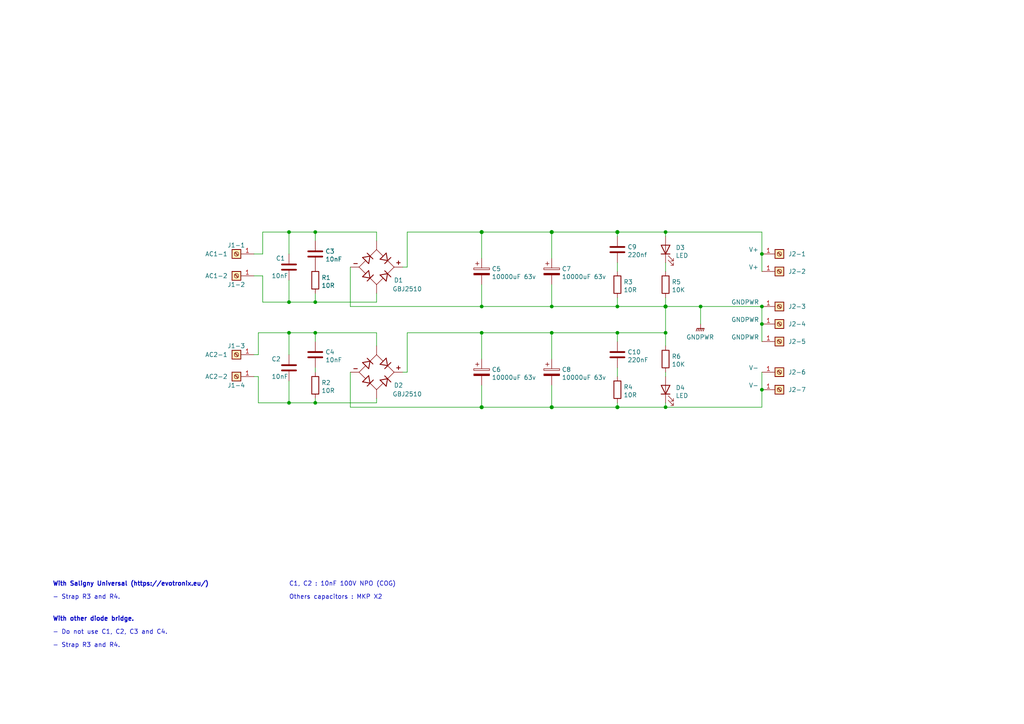
<source format=kicad_sch>
(kicad_sch (version 20230121) (generator eeschema)
  (paper "A4")
  (title_block (title "Q17 Power Supply Universal") (date "2023-08-30") (rev "1.0.3") (company "by stef"))
  (lib_symbols
    (symbol "Bridge_GBJ:GBJ2510" (pin_numbers hide) (pin_names (offset 1.016))
      (property "Reference" "D" (at 5.08 5.08 0))
      (property "Value" "GBJ2510" (at 5.08 -7.62 0))
      (symbol "GBJ2510_0_0"
        (polyline (pts (xy -6.858 1.27) (xy -5.842 1.27)) (stroke (width 0.254)))
        (polyline (pts (xy -6.35 0.762) (xy -6.35 1.778)) (stroke (width 0.254)))
        (polyline (pts (xy -5.08 0) (xy -3.175 -1.905)) (stroke (width 0.1524)))
        (polyline (pts (xy -3.175 -1.905) (xy -2.794 -4.064)) (stroke (width 0.254)))
        (polyline (pts (xy -3.175 -1.905) (xy -1.016 -2.286)) (stroke (width 0.254)))
        (polyline (pts (xy -3.175 1.905) (xy -5.08 0)) (stroke (width 0.1524)))
        (polyline (pts (xy -3.175 1.905) (xy -2.794 4.064)) (stroke (width 0.254)))
        (polyline (pts (xy -3.175 1.905) (xy -1.016 2.286)) (stroke (width 0.254)))
        (polyline (pts (xy -2.3622 -1.0668) (xy -4.1402 -2.8448)) (stroke (width 0.254)))
        (polyline (pts (xy -2.3622 1.016) (xy -4.1402 2.794)) (stroke (width 0.254)))
        (polyline (pts (xy -1.016 -2.286) (xy -2.794 -4.064)) (stroke (width 0.254)))
        (polyline (pts (xy -1.016 2.286) (xy -2.794 4.064)) (stroke (width 0.254)))
        (polyline (pts (xy 0 -5.08) (xy -1.8034 -3.2766)) (stroke (width 0.1524)))
        (polyline (pts (xy 0 -5.08) (xy 1.905 -3.175)) (stroke (width 0.1524)))
        (polyline (pts (xy 0 5.08) (xy -1.8034 3.2766)) (stroke (width 0.1524)))
        (polyline (pts (xy 1.905 -3.175) (xy 2.286 -1.016)) (stroke (width 0.254)))
        (polyline (pts (xy 1.905 -3.175) (xy 4.064 -2.794)) (stroke (width 0.254)))
        (polyline (pts (xy 1.905 3.175) (xy 0 5.08)) (stroke (width 0.1524)))
        (polyline (pts (xy 1.905 3.175) (xy 2.286 1.016)) (stroke (width 0.254)))
        (polyline (pts (xy 1.905 3.175) (xy 4.064 2.794)) (stroke (width 0.254)))
        (polyline (pts (xy 2.7178 -4.0386) (xy 0.9398 -2.2606)) (stroke (width 0.254)))
        (polyline (pts (xy 2.7178 4.0386) (xy 1.0668 2.3876)) (stroke (width 0.254)))
        (polyline (pts (xy 3.2766 -1.8034) (xy 5.08 0)) (stroke (width 0.1524)))
        (polyline (pts (xy 4.064 -2.794) (xy 2.286 -1.016)) (stroke (width 0.254)))
        (polyline (pts (xy 4.064 2.794) (xy 2.286 1.016)) (stroke (width 0.254)))
        (polyline (pts (xy 5.08 0) (xy 3.2766 1.8034)) (stroke (width 0.1524)))
        (polyline (pts (xy 5.588 1.016) (xy 6.604 1.016)) (stroke (width 0.254)))
        (pin passive line (at -7.62 0 0) (length 2.54) (name "~") (number "1"))
        (pin passive line (at 0 7.62 270) (length 2.54) (name "~") (number "2"))
        (pin passive line (at 0 -7.62 90) (length 2.54) (name "~") (number "3"))
        (pin passive line (at 7.62 0 180) (length 2.54) (name "~") (number "4"))
      )
    )
    (symbol "Connector:Screw_Terminal_01x01" (pin_names (offset 1.016) hide)
      (property "Reference" "J" (at 0 2.54 0))
      (property "Value" "Screw_Terminal_01x01" (at 0 -2.54 0))
      (symbol "Screw_Terminal_01x01_1_1"
        (rectangle (start -1.27 1.27) (end 1.27 -1.27) (stroke (width 0.254)) (fill (type background)))
        (polyline (pts (xy -0.5334 0.3302) (xy 0.3302 -0.508)) (stroke (width 0.1524)))
        (polyline (pts (xy -0.3556 0.508) (xy 0.508 -0.3302)) (stroke (width 0.1524)))
        (circle (center 0 0) (radius 0.635) (stroke (width 0.1524)))
        (pin passive line (at -5.08 0 0) (length 3.81) (name "Pin_1") (number "1"))
      )
    )
    (symbol "Device:C" (pin_numbers hide) (pin_names (offset 0.254))
      (property "Reference" "C" (at 0.635 2.54 0))
      (property "Value" "C" (at 0.635 -2.54 0))
      (symbol "C_0_1"
        (polyline (pts (xy -2.032 -0.762) (xy 2.032 -0.762)) (stroke (width 0.508)))
        (polyline (pts (xy -2.032 0.762) (xy 2.032 0.762)) (stroke (width 0.508)))
      )
      (symbol "C_1_1"
        (pin passive line (at 0 3.81 270) (length 2.794) (name "~") (number "1"))
        (pin passive line (at 0 -3.81 90) (length 2.794) (name "~") (number "2"))
      )
    )
    (symbol "Device:C_Polarized" (pin_numbers hide) (pin_names (offset 0.254))
      (property "Reference" "C" (at 0.635 2.54 0))
      (property "Value" "C_Polarized" (at 0.635 -2.54 0))
      (symbol "C_Polarized_0_1"
        (rectangle (start -2.286 0.508) (end 2.286 1.016))
        (polyline (pts (xy -1.778 2.286) (xy -0.762 2.286)))
        (polyline (pts (xy -1.27 2.794) (xy -1.27 1.778)))
        (rectangle (start 2.286 -0.508) (end -2.286 -1.016) (fill (type outline)))
      )
      (symbol "C_Polarized_1_1"
        (pin passive line (at 0 3.81 270) (length 2.794) (name "~") (number "1"))
        (pin passive line (at 0 -3.81 90) (length 2.794) (name "~") (number "2"))
      )
    )
    (symbol "Device:LED" (pin_numbers hide) (pin_names (offset 1.016) hide)
      (property "Reference" "D" (at 0 2.54 0))
      (property "Value" "LED" (at 0 -2.54 0))
      (symbol "LED_0_1"
        (polyline (pts (xy -1.27 -1.27) (xy -1.27 1.27)) (stroke (width 0.254)))
        (polyline (pts (xy -1.27 0) (xy 1.27 0)))
        (polyline (pts (xy 1.27 -1.27) (xy 1.27 1.27) (xy -1.27 0) (xy 1.27 -1.27)) (stroke (width 0.254)))
        (polyline (pts (xy -3.048 -0.762) (xy -4.572 -2.286) (xy -3.81 -2.286) (xy -4.572 -2.286) (xy -4.572 -1.524)))
        (polyline (pts (xy -1.778 -0.762) (xy -3.302 -2.286) (xy -2.54 -2.286) (xy -3.302 -2.286) (xy -3.302 -1.524)))
      )
      (symbol "LED_1_1"
        (pin passive line (at -3.81 0 0) (length 2.54) (name "K") (number "1"))
        (pin passive line (at 3.81 0 180) (length 2.54) (name "A") (number "2"))
      )
    )
    (symbol "Device:R" (pin_numbers hide) (pin_names (offset 0))
      (property "Reference" "R" (at 2.032 0 90))
      (property "Value" "R" (at 0 0 90))
      (symbol "R_0_1"
        (rectangle (start -1.016 -2.54) (end 1.016 2.54) (stroke (width 0.254)))
      )
      (symbol "R_1_1"
        (pin passive line (at 0 3.81 270) (length 1.27) (name "~") (number "1"))
        (pin passive line (at 0 -3.81 90) (length 1.27) (name "~") (number "2"))
      )
    )
    (symbol "GBJ2510_1" (pin_numbers hide) (pin_names (offset 1.016))
      (property "Reference" "D" (at 5.08 5.08 0))
      (property "Value" "GBJ2510" (at 5.08 -7.62 0))
      (symbol "GBJ2510_1_0_0"
        (polyline (pts (xy -6.858 1.27) (xy -5.842 1.27)) (stroke (width 0.254)))
        (polyline (pts (xy -6.35 0.762) (xy -6.35 1.778)) (stroke (width 0.254)))
        (polyline (pts (xy -5.08 0) (xy -3.175 -1.905)) (stroke (width 0.1524)))
        (polyline (pts (xy -3.175 -1.905) (xy -2.794 -4.064)) (stroke (width 0.254)))
        (polyline (pts (xy -3.175 -1.905) (xy -1.016 -2.286)) (stroke (width 0.254)))
        (polyline (pts (xy -3.175 1.905) (xy -5.08 0)) (stroke (width 0.1524)))
        (polyline (pts (xy -3.175 1.905) (xy -2.794 4.064)) (stroke (width 0.254)))
        (polyline (pts (xy -3.175 1.905) (xy -1.016 2.286)) (stroke (width 0.254)))
        (polyline (pts (xy -2.3622 -1.0668) (xy -4.1402 -2.8448)) (stroke (width 0.254)))
        (polyline (pts (xy -2.3622 1.016) (xy -4.1402 2.794)) (stroke (width 0.254)))
        (polyline (pts (xy -1.016 -2.286) (xy -2.794 -4.064)) (stroke (width 0.254)))
        (polyline (pts (xy -1.016 2.286) (xy -2.794 4.064)) (stroke (width 0.254)))
        (polyline (pts (xy 0 -5.08) (xy -1.8034 -3.2766)) (stroke (width 0.1524)))
        (polyline (pts (xy 0 -5.08) (xy 1.905 -3.175)) (stroke (width 0.1524)))
        (polyline (pts (xy 0 5.08) (xy -1.8034 3.2766)) (stroke (width 0.1524)))
        (polyline (pts (xy 1.905 -3.175) (xy 2.286 -1.016)) (stroke (width 0.254)))
        (polyline (pts (xy 1.905 -3.175) (xy 4.064 -2.794)) (stroke (width 0.254)))
        (polyline (pts (xy 1.905 3.175) (xy 0 5.08)) (stroke (width 0.1524)))
        (polyline (pts (xy 1.905 3.175) (xy 2.286 1.016)) (stroke (width 0.254)))
        (polyline (pts (xy 1.905 3.175) (xy 4.064 2.794)) (stroke (width 0.254)))
        (polyline (pts (xy 2.7178 -4.0386) (xy 0.9398 -2.2606)) (stroke (width 0.254)))
        (polyline (pts (xy 2.7178 4.0386) (xy 1.0668 2.3876)) (stroke (width 0.254)))
        (polyline (pts (xy 3.2766 -1.8034) (xy 5.08 0)) (stroke (width 0.1524)))
        (polyline (pts (xy 4.064 -2.794) (xy 2.286 -1.016)) (stroke (width 0.254)))
        (polyline (pts (xy 4.064 2.794) (xy 2.286 1.016)) (stroke (width 0.254)))
        (polyline (pts (xy 5.08 0) (xy 3.2766 1.8034)) (stroke (width 0.1524)))
        (polyline (pts (xy 5.588 1.016) (xy 6.604 1.016)) (stroke (width 0.254)))
        (pin passive line (at -7.62 0 0) (length 2.54) (name "~") (number "1"))
        (pin passive line (at 0 7.62 270) (length 2.54) (name "~") (number "2"))
        (pin passive line (at 0 -7.62 90) (length 2.54) (name "~") (number "3"))
        (pin passive line (at 7.62 0 180) (length 2.54) (name "~") (number "4"))
      )
    )
    (symbol "power:GNDPWR" (power) (pin_names (offset 0))
      (property "Value" "GNDPWR" (at 0 -3.302 0))
      (symbol "GNDPWR_0_1"
        (polyline (pts (xy 0 -1.27) (xy 0 0)))
        (polyline (pts (xy -1.016 -1.27) (xy -1.27 -2.032) (xy -1.27 -2.032)) (stroke (width 0.2032)))
        (polyline (pts (xy -0.508 -1.27) (xy -0.762 -2.032) (xy -0.762 -2.032)) (stroke (width 0.2032)))
        (polyline (pts (xy 0 -1.27) (xy -0.254 -2.032) (xy -0.254 -2.032)) (stroke (width 0.2032)))
        (polyline (pts (xy 0.508 -1.27) (xy 0.254 -2.032) (xy 0.254 -2.032)) (stroke (width 0.2032)))
        (polyline (pts (xy 1.016 -1.27) (xy -1.016 -1.27) (xy -1.016 -1.27)) (stroke (width 0.2032)))
        (polyline (pts (xy 1.016 -1.27) (xy 0.762 -2.032) (xy 0.762 -2.032) (xy 0.762 -2.032)) (stroke (width 0.2032)))
      )
      (symbol "GNDPWR_1_1"
        (pin power_in line (at 0 0 270) (length 0) hide (name "GNDPWR") (number "1"))
      )
    )
  )
  (junction (at 220.98 93.98))
  (junction (at 193.04 88.9) (diameter 1.016))
  (junction (at 139.7 88.9))
  (junction (at 203.2 88.9))
  (junction (at 83.82 67.31))
  (junction (at 160.02 88.9))
  (junction (at 179.07 88.9))
  (junction (at 91.44 116.84))
  (junction (at 160.02 96.52))
  (junction (at 193.04 67.31))
  (junction (at 179.07 118.11) (diameter 1.016))
  (junction (at 139.7 96.52))
  (junction (at 220.98 88.9))
  (junction (at 83.82 87.63))
  (junction (at 160.02 118.11) (diameter 1.016))
  (junction (at 139.7 67.31) (diameter 1.016))
  (junction (at 91.44 67.31))
  (junction (at 160.02 67.31) (diameter 1.016))
  (junction (at 91.44 96.52))
  (junction (at 179.07 67.31) (diameter 1.016))
  (junction (at 139.7 118.11) (diameter 1.016))
  (junction (at 193.04 96.52))
  (junction (at 179.07 96.52))
  (junction (at 83.82 116.84))
  (junction (at 83.82 96.52))
  (junction (at 91.44 87.63))
  (junction (at 220.98 73.66))
  (junction (at 220.98 113.03))
  (junction (at 193.04 118.11))
  (wire (pts (xy 109.22 87.63) (xy 109.22 85.09)))
  (wire (pts (xy 203.2 88.9) (xy 220.98 88.9)))
  (wire (pts (xy 91.44 107.95) (xy 91.44 106.68)))
  (wire (pts (xy 179.07 96.52) (xy 179.07 99.06)))
  (wire (pts (xy 139.7 96.52) (xy 139.7 104.14)))
  (wire (pts (xy 91.44 85.09) (xy 91.44 87.63)))
  (wire (pts (xy 220.98 73.66) (xy 220.98 78.74)))
  (wire (pts (xy 179.07 67.31) (xy 179.07 68.58)))
  (wire (pts (xy 83.82 96.52) (xy 74.93 96.52)))
  (wire (pts (xy 73.66 109.22) (xy 74.93 109.22)))
  (wire (pts (xy 83.82 87.63) (xy 91.44 87.63)))
  (wire (pts (xy 91.44 87.63) (xy 109.22 87.63)))
  (wire (pts (xy 179.07 106.68) (xy 179.07 109.22)))
  (wire (pts (xy 83.82 67.31) (xy 91.44 67.31)))
  (wire (pts (xy 179.07 86.36) (xy 179.07 88.9)))
  (wire (pts (xy 220.98 113.03) (xy 220.98 118.11)))
  (wire (pts (xy 109.22 67.31) (xy 109.22 69.85)))
  (wire (pts (xy 91.44 96.52) (xy 83.82 96.52)))
  (wire (pts (xy 101.6 107.95) (xy 101.6 118.11)))
  (wire (pts (xy 83.82 110.49) (xy 83.82 116.84)))
  (wire (pts (xy 76.2 73.66) (xy 73.66 73.66)))
  (wire (pts (xy 91.44 67.31) (xy 91.44 69.85)))
  (wire (pts (xy 179.07 76.2) (xy 179.07 78.74)))
  (wire (pts (xy 91.44 67.31) (xy 109.22 67.31)))
  (wire (pts (xy 91.44 115.57) (xy 91.44 116.84)))
  (wire (pts (xy 118.11 77.47) (xy 116.84 77.47)))
  (wire (pts (xy 220.98 118.11) (xy 193.04 118.11)))
  (wire (pts (xy 73.66 80.01) (xy 76.2 80.01)))
  (wire (pts (xy 76.2 67.31) (xy 83.82 67.31)))
  (wire (pts (xy 193.04 107.95) (xy 193.04 109.22)))
  (wire (pts (xy 220.98 107.95) (xy 220.98 113.03)))
  (wire (pts (xy 193.04 76.2) (xy 193.04 78.74)))
  (wire (pts (xy 91.44 96.52) (xy 91.44 99.06)))
  (wire (pts (xy 76.2 80.01) (xy 76.2 87.63)))
  (wire (pts (xy 76.2 87.63) (xy 83.82 87.63)))
  (wire (pts (xy 193.04 67.31) (xy 193.04 68.58)))
  (wire (pts (xy 203.2 88.9) (xy 203.2 93.98)))
  (wire (pts (xy 160.02 111.76) (xy 160.02 118.11)))
  (wire (pts (xy 73.66 102.87) (xy 74.93 102.87)))
  (wire (pts (xy 118.11 96.52) (xy 139.7 96.52)))
  (wire (pts (xy 118.11 107.95) (xy 118.11 96.52)))
  (wire (pts (xy 139.7 96.52) (xy 160.02 96.52)))
  (wire (pts (xy 179.07 96.52) (xy 193.04 96.52)))
  (wire (pts (xy 193.04 88.9) (xy 203.2 88.9)))
  (wire (pts (xy 220.98 88.9) (xy 220.98 93.98)))
  (wire (pts (xy 160.02 96.52) (xy 179.07 96.52)))
  (wire (pts (xy 139.7 82.55) (xy 139.7 88.9)))
  (wire (pts (xy 91.44 116.84) (xy 109.22 116.84)))
  (wire (pts (xy 109.22 96.52) (xy 109.22 100.33)))
  (wire (pts (xy 91.44 96.52) (xy 109.22 96.52)))
  (wire (pts (xy 83.82 96.52) (xy 83.82 102.87)))
  (wire (pts (xy 118.11 67.31) (xy 139.7 67.31)))
  (wire (pts (xy 118.11 77.47) (xy 118.11 67.31)))
  (wire (pts (xy 139.7 67.31) (xy 160.02 67.31)))
  (wire (pts (xy 160.02 67.31) (xy 179.07 67.31)))
  (wire (pts (xy 118.11 107.95) (xy 116.84 107.95)))
  (wire (pts (xy 193.04 96.52) (xy 193.04 100.33)))
  (wire (pts (xy 193.04 86.36) (xy 193.04 88.9)))
  (wire (pts (xy 74.93 109.22) (xy 74.93 116.84)))
  (wire (pts (xy 74.93 116.84) (xy 83.82 116.84)))
  (wire (pts (xy 74.93 96.52) (xy 74.93 102.87)))
  (wire (pts (xy 220.98 93.98) (xy 220.98 99.06)))
  (wire (pts (xy 160.02 82.55) (xy 160.02 88.9)))
  (wire (pts (xy 139.7 67.31) (xy 139.7 74.93)))
  (wire (pts (xy 193.04 67.31) (xy 220.98 67.31)))
  (wire (pts (xy 160.02 96.52) (xy 160.02 104.14)))
  (wire (pts (xy 179.07 116.84) (xy 179.07 118.11)))
  (wire (pts (xy 139.7 111.76) (xy 139.7 118.11)))
  (wire (pts (xy 220.98 67.31) (xy 220.98 73.66)))
  (wire (pts (xy 179.07 67.31) (xy 193.04 67.31)))
  (wire (pts (xy 101.6 77.47) (xy 101.6 88.9)))
  (wire (pts (xy 101.6 88.9) (xy 139.7 88.9)))
  (wire (pts (xy 139.7 88.9) (xy 160.02 88.9)))
  (wire (pts (xy 160.02 88.9) (xy 179.07 88.9)))
  (wire (pts (xy 179.07 88.9) (xy 193.04 88.9)))
  (wire (pts (xy 83.82 81.28) (xy 83.82 87.63)))
  (wire (pts (xy 101.6 118.11) (xy 139.7 118.11)))
  (wire (pts (xy 139.7 118.11) (xy 160.02 118.11)))
  (wire (pts (xy 160.02 118.11) (xy 179.07 118.11)))
  (wire (pts (xy 179.07 118.11) (xy 193.04 118.11)))
  (wire (pts (xy 193.04 118.11) (xy 193.04 116.84)))
  (wire (pts (xy 83.82 67.31) (xy 83.82 73.66)))
  (wire (pts (xy 76.2 73.66) (xy 76.2 67.31)))
  (wire (pts (xy 193.04 88.9) (xy 193.04 96.52)))
  (wire (pts (xy 160.02 67.31) (xy 160.02 74.93)))
  (wire (pts (xy 109.22 116.84) (xy 109.22 115.57)))
  (wire (pts (xy 91.44 116.84) (xy 83.82 116.84)))
  (text "- Strap R3 and R4." (at 15.24 173.99 0) (effects (font (size 1.27 1.27)) (justify left bottom)))
  (text "With Saligny Universal (https://evotronix.eu/)" (at 15.24 170.18 0) (effects (font (size 1.27 1.27) (thickness 0.254) bold) (justify left bottom)))
  (text "With other diode bridge." (at 15.24 180.34 0) (effects (font (size 1.27 1.27) (thickness 0.254) bold) (justify left bottom)))
  (text "- Strap R3 and R4." (at 15.24 187.96 0) (effects (font (size 1.27 1.27)) (justify left bottom)))
  (text "C1, C2 : 10nF 100V NPO (COG)" (at 83.82 170.18 0) (effects (font (size 1.27 1.27)) (justify left bottom)))
  (text "- Do not use C1, C2, C3 and C4." (at 15.24 184.15 0) (effects (font (size 1.27 1.27)) (justify left bottom)))
  (text "Others capacitors : MKP X2" (at 83.82 173.99 0) (effects (font (size 1.27 1.27)) (justify left bottom)))
  (symbol (lib_id "Connector:Screw_Terminal_01x01") (at 68.58 109.22 180) (unit 1)
    (property "Reference" "J1-4" (at 71.12 111.76 0) (effects (justify left)))
    (property "Value" "AC2-2" (at 66.04 109.22 0) (effects (justify left)))
    (property "Footprint" "Q17_Library:Faston_Connector_63849-1_TEC" (effects hide))
    (property "Datasheet" "https://www.te.com/commerce/DocumentDelivery/DDEController?Action=srchrtrv&DocNm=63824&DocType=Customer+Drawing&DocLang=English&PartCntxt=63824-1&DocFormat=pdf" (effects hide))
    (property "Part#" "TE Connectivity 63849-1" (effects hide))
    (property "Mouser" "571-638241" (effects hide))
  )
  (symbol (lib_id "Device:C_Polarized") (at 139.7 78.74 0) (unit 1)
    (property "Reference" "C5" (at 142.6211 77.9791 0) (effects (justify left)))
    (property "Value" "10000uF 63v" (at 142.6211 80.2778 0) (effects (justify left)))
    (property "Footprint" "Capacitor_THT:CP_Radial_D35.0mm_P10.00mm_SnapIn" (effects hide))
    (property "Datasheet" "https://www.we-online.com/catalog/datasheet/861020786030.pdf" (effects hide))
    (property "Part#" "861020786030" (effects hide))
    (property "Mouser" "710-861020786030" (effects hide))
  )
  (symbol (lib_id "Device:C") (at 83.82 77.47 0) (unit 1)
    (property "Reference" "C1" (at 80.01 74.93 0) (effects (justify left)))
    (property "Value" "10nF" (at 78.74 80.01 0) (effects (justify left)))
    (property "Footprint" "Capacitor_THT:C_Rect_L10.0mm_W4.0mm_P7.50mm_MKS4" (effects hide))
    (property "Datasheet" "https://product.tdk.com/system/files/dam/doc/product/capacitor/ceramic/lead-mlcc/catalog/leadmlcc_halogenfree_fg_en.pdf?ref_disty=mouser" (effects hide))
    (property "Part#" "FG28C0G2A103JRT06" (effects hide))
    (property "Mouser" "810-FG28C0G2A103JRT6" (effects hide))
  )
  (symbol (lib_id "Connector:Screw_Terminal_01x01") (at 226.06 88.9 0) (unit 1)
    (property "Reference" "J2-3" (at 228.6 88.9 0) (effects (justify left)))
    (property "Value" "GNDPWR" (at 212.09 87.63 0) (effects (justify left)))
    (property "Footprint" "Q17_Library:Faston_Connector_63849-1_TEC" (effects hide))
    (property "Datasheet" "https://www.te.com/commerce/DocumentDelivery/DDEController?Action=srchrtrv&DocNm=63824&DocType=Customer+Drawing&DocLang=English&PartCntxt=63824-1&DocFormat=pdf" (effects hide))
    (property "Part#" "TE Connectivity 63849-1" (effects hide))
    (property "Mouser" "571-638241" (effects hide))
  )
  (symbol (lib_id "Connector:Screw_Terminal_01x01") (at 226.06 78.74 0) (unit 1)
    (property "Reference" "J2-2" (at 228.6 78.74 0) (effects (justify left)))
    (property "Value" "V+" (at 217.17 77.47 0) (effects (justify left)))
    (property "Footprint" "Q17_Library:Faston_Connector_63849-1_TEC" (effects hide))
    (property "Datasheet" "https://www.te.com/commerce/DocumentDelivery/DDEController?Action=srchrtrv&DocNm=63824&DocType=Customer+Drawing&DocLang=English&PartCntxt=63824-1&DocFormat=pdf" (effects hide))
    (property "Part#" "TE Connectivity 63849-1" (effects hide))
    (property "Mouser" "571-638241" (effects hide))
  )
  (symbol (lib_id "Device:C") (at 83.82 106.68 0) (unit 1)
    (property "Reference" "C2" (at 78.74 104.14 0) (effects (justify left)))
    (property "Value" "10nF" (at 78.74 109.22 0) (effects (justify left)))
    (property "Footprint" "Capacitor_THT:C_Rect_L10.0mm_W4.0mm_P7.50mm_MKS4" (effects hide))
    (property "Datasheet" "https://product.tdk.com/system/files/dam/doc/product/capacitor/ceramic/lead-mlcc/catalog/leadmlcc_halogenfree_fg_en.pdf?ref_disty=mouser" (effects hide))
    (property "Part#" "FG28C0G2A103JRT06" (effects hide))
    (property "Mouser" "810-FG28C0G2A103JRT6" (effects hide))
  )
  (symbol (lib_id "Device:R") (at 193.04 104.14 0) (unit 1)
    (property "Reference" "R6" (at 194.8181 103.3791 0) (effects (justify left)))
    (property "Value" "10K" (at 194.8181 105.6778 0) (effects (justify left)))
    (property "Footprint" "Resistor_THT:R_Axial_DIN0207_L6.3mm_D2.5mm_P10.16mm_Horizontal" (effects hide))
    (property "Datasheet" "https://www.vishay.com/doc?28729" (effects hide))
    (property "Part#" "594-5073NW10K00J" (effects hide))
    (property "Mouser" "PR01000101002JR500" (effects hide))
  )
  (symbol (lib_id "Device:R") (at 179.07 82.55 0) (unit 1)
    (property "Reference" "R3" (at 180.8481 81.7891 0) (effects (justify left)))
    (property "Value" "10R" (at 180.8481 84.0878 0) (effects (justify left)))
    (property "Footprint" "Resistor_THT:R_Axial_DIN0207_L6.3mm_D2.5mm_P10.16mm_Horizontal" (effects hide))
    (property "Datasheet" "https://www.vishay.com/doc?28724" (effects hide))
    (property "Part#" "MRS25000C1009FRP00" (effects hide))
    (property "Mouser" "594-MRS25000C1009FRP" (effects hide))
  )
  (symbol (lib_id "Connector:Screw_Terminal_01x01") (at 226.06 99.06 0) (unit 1)
    (property "Reference" "J2-5" (at 228.6 99.06 0) (effects (justify left)))
    (property "Value" "GNDPWR" (at 212.09 97.79 0) (effects (justify left)))
    (property "Footprint" "Q17_Library:Faston_Connector_63849-1_TEC" (effects hide))
    (property "Datasheet" "https://www.te.com/commerce/DocumentDelivery/DDEController?Action=srchrtrv&DocNm=63824&DocType=Customer+Drawing&DocLang=English&PartCntxt=63824-1&DocFormat=pdf" (effects hide))
    (property "Part#" "TE Connectivity 63849-1" (effects hide))
    (property "Mouser" "571-638241" (effects hide))
  )
  (symbol (lib_id "Device:R") (at 91.44 111.76 0) (unit 1)
    (property "Reference" "R2" (at 93.2181 110.9991 0) (effects (justify left)))
    (property "Value" "10R" (at 93.2181 113.2978 0) (effects (justify left)))
    (property "Footprint" "Resistor_THT:R_Axial_DIN0207_L6.3mm_D2.5mm_P10.16mm_Horizontal" (effects hide))
    (property "Datasheet" "https://www.vishay.com/doc?28724" (effects hide))
    (property "Part#" "MRS25000C1009FRP00" (effects hide))
    (property "Mouser" "594-MRS25000C1009FRP" (effects hide))
  )
  (symbol (lib_id "Connector:Screw_Terminal_01x01") (at 226.06 107.95 0) (unit 1)
    (property "Reference" "J2-6" (at 228.6 107.95 0) (effects (justify left)))
    (property "Value" "V-" (at 217.17 106.68 0) (effects (justify left)))
    (property "Footprint" "Q17_Library:Faston_Connector_63849-1_TEC" (effects hide))
    (property "Datasheet" "https://www.te.com/commerce/DocumentDelivery/DDEController?Action=srchrtrv&DocNm=63824&DocType=Customer+Drawing&DocLang=English&PartCntxt=63824-1&DocFormat=pdf" (effects hide))
    (property "Part#" "TE Connectivity 63849-1" (effects hide))
    (property "Mouser" "571-638241" (effects hide))
  )
  (symbol (lib_id "Device:LED") (at 193.04 113.03 90) (unit 1)
    (property "Reference" "D4" (at 195.9611 112.4596 90) (effects (justify right)))
    (property "Value" "LED" (at 195.9611 114.7583 90) (effects (justify right)))
    (property "Footprint" "LED_THT:LED_D5.0mm" (effects hide))
    (property "Datasheet" "https://www.vishay.com/doc?83012" (effects hide))
    (property "Part#" "TLHR5400" (effects hide))
    (property "Mouser" "78-TLHR5400" (effects hide))
  )
  (symbol (lib_id "Device:C_Polarized") (at 160.02 107.95 0) (unit 1)
    (property "Reference" "C8" (at 162.9411 107.1891 0) (effects (justify left)))
    (property "Value" "10000uF 63v" (at 162.9411 109.4878 0) (effects (justify left)))
    (property "Footprint" "Capacitor_THT:CP_Radial_D35.0mm_P10.00mm_SnapIn" (effects hide))
    (property "Datasheet" "https://www.we-online.com/catalog/datasheet/861020786030.pdf" (effects hide))
    (property "Part#" "861020786030" (effects hide))
    (property "Mouser" "710-861020786030" (effects hide))
  )
  (symbol (lib_id "Connector:Screw_Terminal_01x01") (at 68.58 102.87 180) (unit 1)
    (property "Reference" "J1-3" (at 71.12 100.33 0) (effects (justify left)))
    (property "Value" "AC2-1" (at 66.04 102.87 0) (effects (justify left)))
    (property "Footprint" "Q17_Library:Faston_Connector_63849-1_TEC" (effects hide))
    (property "Datasheet" "https://www.te.com/commerce/DocumentDelivery/DDEController?Action=srchrtrv&DocNm=63824&DocType=Customer+Drawing&DocLang=English&PartCntxt=63824-1&DocFormat=pdf" (effects hide))
    (property "Part#" "TE Connectivity 63849-1" (effects hide))
    (property "Mouser" "571-638241" (effects hide))
  )
  (symbol (lib_id "Connector:Screw_Terminal_01x01") (at 226.06 113.03 0) (unit 1)
    (property "Reference" "J2-7" (at 228.6 113.03 0) (effects (justify left)))
    (property "Value" "V-" (at 217.17 111.76 0) (effects (justify left)))
    (property "Footprint" "Q17_Library:Faston_Connector_63849-1_TEC" (effects hide))
    (property "Datasheet" "https://www.te.com/commerce/DocumentDelivery/DDEController?Action=srchrtrv&DocNm=63824&DocType=Customer+Drawing&DocLang=English&PartCntxt=63824-1&DocFormat=pdf" (effects hide))
    (property "Part#" "TE Connectivity 63849-1" (effects hide))
    (property "Mouser" "571-638241" (effects hide))
  )
  (symbol (lib_id "Device:C_Polarized") (at 139.7 107.95 0) (unit 1)
    (property "Reference" "C6" (at 142.6211 107.1891 0) (effects (justify left)))
    (property "Value" "10000uF 63v" (at 142.6211 109.4878 0) (effects (justify left)))
    (property "Footprint" "Capacitor_THT:CP_Radial_D35.0mm_P10.00mm_SnapIn" (effects hide))
    (property "Datasheet" "https://www.we-online.com/catalog/datasheet/861020786030.pdf" (effects hide))
    (property "Part#" "861020786030" (effects hide))
    (property "Mouser" "710-861020786030" (effects hide))
  )
  (symbol (lib_id "Device:C_Polarized") (at 160.02 78.74 0) (unit 1)
    (property "Reference" "C7" (at 162.9411 77.9791 0) (effects (justify left)))
    (property "Value" "10000uF 63v" (at 162.9411 80.2778 0) (effects (justify left)))
    (property "Footprint" "Capacitor_THT:CP_Radial_D35.0mm_P10.00mm_SnapIn" (effects hide))
    (property "Datasheet" "https://www.we-online.com/catalog/datasheet/861020786030.pdf" (effects hide))
    (property "Part#" "861020786030" (effects hide))
    (property "Mouser" "710-861020786030" (effects hide))
  )
  (symbol (lib_id "Device:R") (at 91.44 81.28 0) (unit 1)
    (property "Reference" "R1" (at 93.2181 80.5191 0) (effects (justify left)))
    (property "Value" "10R" (at 93.2181 82.8178 0) (effects (justify left)))
    (property "Footprint" "Resistor_THT:R_Axial_DIN0207_L6.3mm_D2.5mm_P10.16mm_Horizontal" (effects hide))
    (property "Datasheet" "https://www.vishay.com/doc?28724" (effects hide))
    (property "Part#" "MRS25000C1009FRP00" (effects hide))
    (property "Mouser" "594-MRS25000C1009FRP" (effects hide))
  )
  (symbol (lib_id "Device:C") (at 91.44 73.66 0) (unit 1)
    (property "Reference" "C3" (at 94.3611 72.8991 0) (effects (justify left)))
    (property "Value" "10nF" (at 94.3611 75.1978 0) (effects (justify left)))
    (property "Footprint" "Capacitor_THT:C_Rect_L13.0mm_W5.0mm_P10.00mm_FKS3_FKP3_MKS4" (effects hide))
    (property "Datasheet" "https://www.mouser.fr/datasheet/2/88/MPX-2944692.pdf" (effects hide))
    (property "Part#" "MPX103K305D" (effects hide))
    (property "Mouser" "598-MPX103K305D" (effects hide))
  )
  (symbol (lib_id "Bridge_GBJ:GBJ2510") (at 109.22 77.47 0) (mirror y) (unit 1)
    (property "Reference" "D1" (at 115.57 81.28 0))
    (property "Value" "GBJ2510" (at 118.11 83.82 0))
    (property "Footprint" "Q17_Library:DIOB_GBJ2510" (effects hide))
    (property "Datasheet" "https://www.vishay.com/doc?88646" (effects hide))
    (property "Part#" "GSIB2580-E3/45" (effects hide))
    (property "Mouser" "625-GSIB2580-E3" (effects hide))
  )
  (symbol (lib_id "Device:C") (at 91.44 102.87 0) (unit 1)
    (property "Reference" "C4" (at 94.3611 102.1091 0) (effects (justify left)))
    (property "Value" "10nF" (at 94.3611 104.4078 0) (effects (justify left)))
    (property "Footprint" "Capacitor_THT:C_Rect_L13.0mm_W5.0mm_P10.00mm_FKS3_FKP3_MKS4" (effects hide))
    (property "Datasheet" "https://www.mouser.fr/datasheet/2/88/MPX-2944692.pdf" (effects hide))
    (property "Part#" "MPX103K305D" (effects hide))
    (property "Mouser" "598-MPX103K305D" (effects hide))
  )
  (symbol (lib_id "power:GNDPWR") (at 203.2 93.98 0) (unit 1)
    (property "Reference" "#PWR01" (effects hide))
    (property "Value" "GNDPWR" (at 203.073 97.79 0))
  )
  (symbol (lib_id "Device:C") (at 179.07 102.87 0) (unit 1)
    (property "Reference" "C10" (at 181.9911 102.1091 0) (effects (justify left)))
    (property "Value" "220nF" (at 181.9911 104.4078 0) (effects (justify left)))
    (property "Footprint" "Q17_Library:C_Rect_Q17_PSU_L26.50_H11.00_P20.50" (effects hide))
    (property "Datasheet" "https://www.mouser.fr/datasheet/2/88/MPX-2944692.pdf" (effects hide))
    (property "Part#" "MPX224K305E" (effects hide))
    (property "Mouser" "598-MPX224K305E" (effects hide))
  )
  (symbol (lib_id "Device:C") (at 179.07 72.39 0) (unit 1)
    (property "Reference" "C9" (at 181.9911 71.6291 0) (effects (justify left)))
    (property "Value" "220nf" (at 181.9911 73.9278 0) (effects (justify left)))
    (property "Footprint" "Q17_Library:C_Rect_Q17_PSU_L26.50_H11.00_P20.50" (effects hide))
    (property "Datasheet" "https://www.mouser.fr/datasheet/2/88/MPX-2944692.pdf" (effects hide))
    (property "Part#" "MPX224K305E" (effects hide))
    (property "Mouser" "598-MPX224K305E" (effects hide))
  )
  (symbol (lib_id "Connector:Screw_Terminal_01x01") (at 226.06 73.66 0) (unit 1)
    (property "Reference" "J2-1" (at 228.6 73.66 0) (effects (justify left)))
    (property "Value" "V+" (at 217.17 72.39 0) (effects (justify left)))
    (property "Footprint" "Q17_Library:Faston_Connector_63849-1_TEC" (effects hide))
    (property "Datasheet" "https://www.te.com/commerce/DocumentDelivery/DDEController?Action=srchrtrv&DocNm=63824&DocType=Customer+Drawing&DocLang=English&PartCntxt=63824-1&DocFormat=pdf" (effects hide))
    (property "Part#" "TE Connectivity 63849-1" (effects hide))
    (property "Mouser" "571-638241" (effects hide))
  )
  (symbol (lib_id "Device:R") (at 179.07 113.03 0) (unit 1)
    (property "Reference" "R4" (at 180.8481 112.2691 0) (effects (justify left)))
    (property "Value" "10R" (at 180.8481 114.5678 0) (effects (justify left)))
    (property "Footprint" "Resistor_THT:R_Axial_DIN0207_L6.3mm_D2.5mm_P10.16mm_Horizontal" (effects hide))
    (property "Datasheet" "https://www.vishay.com/doc?28724" (effects hide))
    (property "Part#" "MRS25000C1009FRP00" (effects hide))
    (property "Mouser" "594-MRS25000C1009FRP" (effects hide))
  )
  (symbol (lib_id "Connector:Screw_Terminal_01x01") (at 68.58 73.66 180) (unit 1)
    (property "Reference" "J1-1" (at 71.12 71.12 0) (effects (justify left)))
    (property "Value" "AC1-1" (at 66.04 73.66 0) (effects (justify left)))
    (property "Footprint" "Q17_Library:Faston_Connector_63849-1_TEC" (effects hide))
    (property "Datasheet" "https://www.te.com/commerce/DocumentDelivery/DDEController?Action=srchrtrv&DocNm=63824&DocType=Customer+Drawing&DocLang=English&PartCntxt=63824-1&DocFormat=pdf" (effects hide))
    (property "Part#" "TE Connectivity 63849-1" (effects hide))
    (property "Mouser" "571-638241" (effects hide))
  )
  (symbol (lib_id "Device:R") (at 193.04 82.55 0) (unit 1)
    (property "Reference" "R5" (at 194.8181 81.7891 0) (effects (justify left)))
    (property "Value" "10K" (at 194.8181 84.0878 0) (effects (justify left)))
    (property "Footprint" "Resistor_THT:R_Axial_DIN0207_L6.3mm_D2.5mm_P10.16mm_Horizontal" (effects hide))
    (property "Datasheet" "https://www.vishay.com/doc?28729" (effects hide))
    (property "Part#" "PR01000101002JR500" (effects hide))
    (property "Mouser" "594-5073NW10K00J" (effects hide))
  )
  (symbol (lib_id "Device:LED") (at 193.04 72.39 90) (unit 1)
    (property "Reference" "D3" (at 195.9611 71.8196 90) (effects (justify right)))
    (property "Value" "LED" (at 195.9611 74.1183 90) (effects (justify right)))
    (property "Footprint" "LED_THT:LED_D5.0mm" (effects hide))
    (property "Datasheet" "https://www.vishay.com/doc?83012" (effects hide))
    (property "Part#" "TLHR5400" (effects hide))
    (property "Mouser" "78-TLHR5400" (effects hide))
  )
  (symbol (lib_name "GBJ2510_1") (lib_id "Bridge_GBJ:GBJ2510") (at 109.22 107.95 0) (mirror y) (unit 1)
    (property "Reference" "D2" (at 115.57 111.76 0))
    (property "Value" "GBJ2510" (at 118.11 114.3 0))
    (property "Footprint" "Q17_Library:DIOB_GBJ2510" (effects hide))
    (property "Datasheet" "https://www.vishay.com/doc?88646" (effects hide))
    (property "Part#" "GSIB2580-E3/45" (effects hide))
    (property "Mouser" "625-GSIB2580-E3" (effects hide))
  )
  (symbol (lib_id "Connector:Screw_Terminal_01x01") (at 68.58 80.01 180) (unit 1)
    (property "Reference" "J1-2" (at 71.12 82.55 0) (effects (justify left)))
    (property "Value" "AC1-2" (at 66.04 80.01 0) (effects (justify left)))
    (property "Footprint" "Q17_Library:Faston_Connector_63849-1_TEC" (effects hide))
    (property "Datasheet" "https://www.te.com/commerce/DocumentDelivery/DDEController?Action=srchrtrv&DocNm=63824&DocType=Customer+Drawing&DocLang=English&PartCntxt=63824-1&DocFormat=pdf" (effects hide))
    (property "Part#" "TE Connectivity 63849-1" (effects hide))
    (property "Mouser" "571-638241" (effects hide))
  )
  (symbol (lib_id "Connector:Screw_Terminal_01x01") (at 226.06 93.98 0) (unit 1)
    (property "Reference" "J2-4" (at 228.6 93.98 0) (effects (justify left)))
    (property "Value" "GNDPWR" (at 212.09 92.71 0) (effects (justify left)))
    (property "Footprint" "Q17_Library:Faston_Connector_63849-1_TEC" (effects hide))
    (property "Datasheet" "https://www.te.com/commerce/DocumentDelivery/DDEController?Action=srchrtrv&DocNm=63824&DocType=Customer+Drawing&DocLang=English&PartCntxt=63824-1&DocFormat=pdf" (effects hide))
    (property "Part#" "TE Connectivity 63849-1" (effects hide))
    (property "Mouser" "571-638241" (effects hide))
  )
)
</source>
